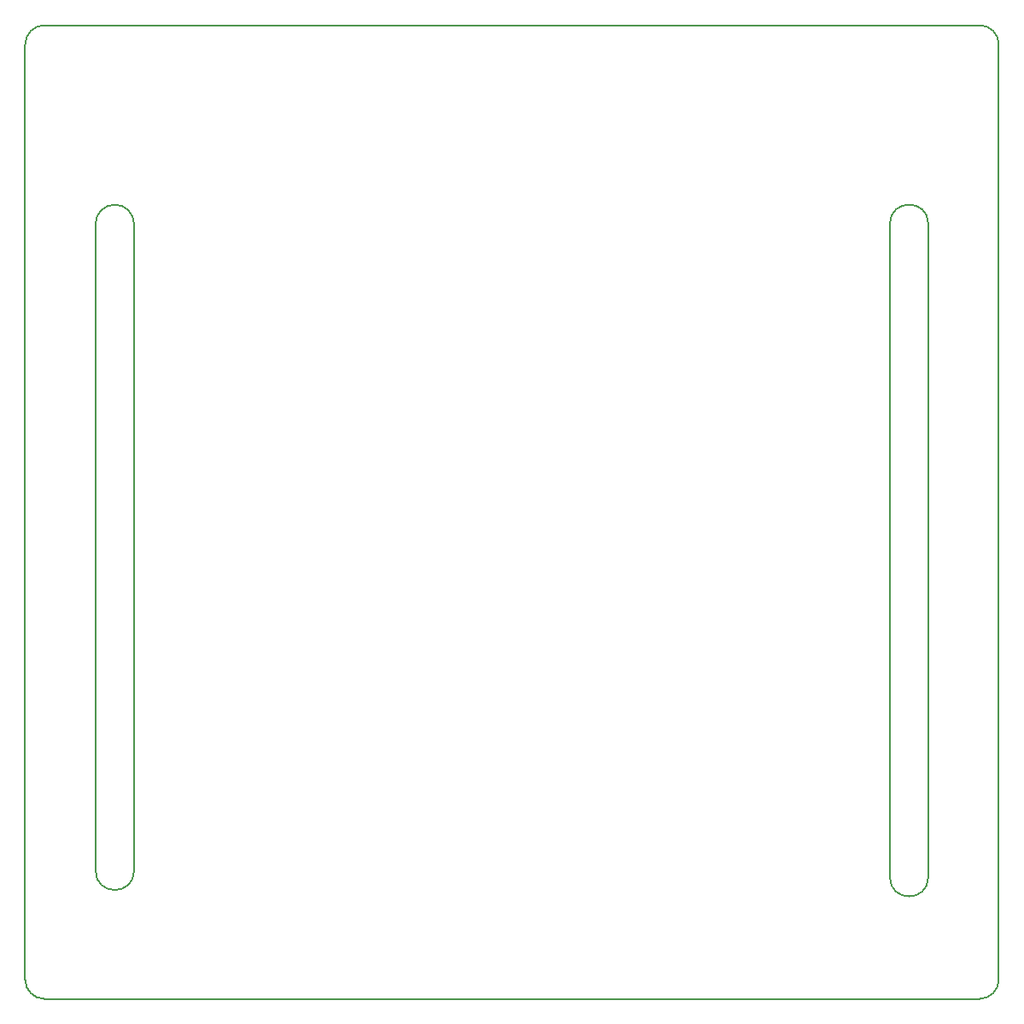
<source format=gbr>
G04 #@! TF.GenerationSoftware,KiCad,Pcbnew,(5.0.2)-1*
G04 #@! TF.CreationDate,2019-02-16T17:12:48-07:00*
G04 #@! TF.ProjectId,Receiver,52656365-6976-4657-922e-6b696361645f,rev?*
G04 #@! TF.SameCoordinates,Original*
G04 #@! TF.FileFunction,Profile,NP*
%FSLAX46Y46*%
G04 Gerber Fmt 4.6, Leading zero omitted, Abs format (unit mm)*
G04 Created by KiCad (PCBNEW (5.0.2)-1) date 2/16/2019 5:12:48 PM*
%MOMM*%
%LPD*%
G01*
G04 APERTURE LIST*
%ADD10C,0.150000*%
G04 APERTURE END LIST*
D10*
X100965000Y-129540000D02*
G75*
G02X99060000Y-127635000I0J1905000D01*
G01*
X99060000Y-34925000D02*
G75*
G02X100965000Y-33020000I1905000J0D01*
G01*
X193675000Y-33020000D02*
G75*
G02X195580000Y-34925000I0J-1905000D01*
G01*
X195580000Y-127635000D02*
G75*
G02X193675000Y-129540000I-1905000J0D01*
G01*
X184785000Y-52705000D02*
G75*
G02X188595000Y-52705000I1905000J0D01*
G01*
X188595000Y-117475000D02*
G75*
G02X184785000Y-117475000I-1905000J0D01*
G01*
X109855000Y-116840000D02*
G75*
G02X106045000Y-116840000I-1905000J0D01*
G01*
X109855000Y-116840000D02*
X109855000Y-52705000D01*
X106045000Y-52705000D02*
X106045000Y-116840000D01*
X107950000Y-50800000D02*
G75*
G02X109855000Y-52705000I0J-1905000D01*
G01*
X106045000Y-52705000D02*
G75*
G02X107950000Y-50800000I1905000J0D01*
G01*
X188595000Y-117475000D02*
X188595000Y-52705000D01*
X184785000Y-52705000D02*
X184785000Y-117475000D01*
X99060000Y-127635000D02*
X99060000Y-34925000D01*
X193675000Y-129540000D02*
X100965000Y-129540000D01*
X195580000Y-34925000D02*
X195580000Y-127635000D01*
X100965000Y-33020000D02*
X193675000Y-33020000D01*
M02*

</source>
